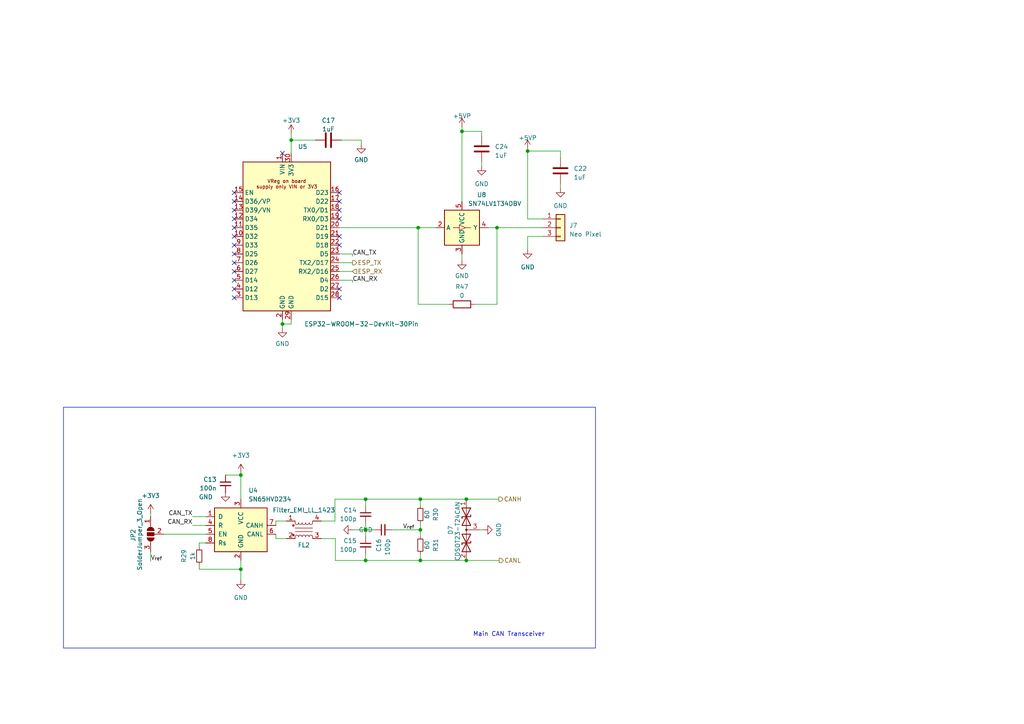
<source format=kicad_sch>
(kicad_sch (version 20231120) (generator "eeschema") (generator_version "8.0")
  (paper "A4")
  (lib_symbols
    (symbol "Connector_Generic:Conn_01x03" (pin_names (offset 1.016) hide)
      (property "Reference" "J" (at 0 5.08 0))
      (property "Value" "Conn_01x03" (at 0 -5.08 0))
      (symbol "Conn_01x03_1_1"
        (rectangle (start -1.27 -2.413) (end 0 -2.667) (stroke (width 0.1524)))
        (rectangle (start -1.27 0.127) (end 0 -0.127) (stroke (width 0.1524)))
        (rectangle (start -1.27 2.667) (end 0 2.413) (stroke (width 0.1524)))
        (rectangle (start -1.27 3.81) (end 1.27 -3.81) (stroke (width 0.254)) (fill (type background)))
        (pin passive line (at -5.08 2.54 0) (length 3.81) (name "Pin_1") (number "1"))
        (pin passive line (at -5.08 0 0) (length 3.81) (name "Pin_2") (number "2"))
        (pin passive line (at -5.08 -2.54 0) (length 3.81) (name "Pin_3") (number "3"))
      )
    )
    (symbol "Device:C" (pin_numbers hide) (pin_names (offset 0.254))
      (property "Reference" "C" (at 0.635 2.54 0))
      (property "Value" "C" (at 0.635 -2.54 0))
      (symbol "C_0_1"
        (polyline (pts (xy -2.032 -0.762) (xy 2.032 -0.762)) (stroke (width 0.508)))
        (polyline (pts (xy -2.032 0.762) (xy 2.032 0.762)) (stroke (width 0.508)))
      )
      (symbol "C_1_1"
        (pin passive line (at 0 3.81 270) (length 2.794) (name "~") (number "1"))
        (pin passive line (at 0 -3.81 90) (length 2.794) (name "~") (number "2"))
      )
    )
    (symbol "Device:C_Small" (pin_numbers hide) (pin_names (offset 0.254) hide)
      (property "Reference" "C" (at 0.254 1.778 0))
      (property "Value" "C_Small" (at 0.254 -2.032 0))
      (symbol "C_Small_0_1"
        (polyline (pts (xy -1.524 -0.508) (xy 1.524 -0.508)) (stroke (width 0.3302)))
        (polyline (pts (xy -1.524 0.508) (xy 1.524 0.508)) (stroke (width 0.3048)))
      )
      (symbol "C_Small_1_1"
        (pin passive line (at 0 2.54 270) (length 2.032) (name "~") (number "1"))
        (pin passive line (at 0 -2.54 90) (length 2.032) (name "~") (number "2"))
      )
    )
    (symbol "Device:D_TVS_Dual_AAC" (pin_names (offset 1.016) hide)
      (property "Reference" "D" (at 0 4.445 0))
      (property "Value" "D_TVS_Dual_AAC" (at 0 2.54 0))
      (symbol "D_TVS_Dual_AAC_0_0"
        (polyline (pts (xy 0 -1.27) (xy 0 0)))
      )
      (symbol "D_TVS_Dual_AAC_0_1"
        (polyline (pts (xy -6.35 0) (xy 6.35 0)))
        (polyline (pts (xy -3.302 1.27) (xy -3.81 1.27) (xy -3.81 -1.27) (xy -4.318 -1.27)) (stroke (width 0.254)))
        (polyline (pts (xy 4.318 1.27) (xy 3.81 1.27) (xy 3.81 -1.27) (xy 3.302 -1.27)) (stroke (width 0.254)))
        (polyline (pts (xy -6.35 1.27) (xy -1.27 -1.27) (xy -1.27 1.27) (xy -6.35 -1.27) (xy -6.35 1.27)) (stroke (width 0.254)))
        (polyline (pts (xy 6.35 1.27) (xy 1.27 -1.27) (xy 1.27 1.27) (xy 6.35 -1.27) (xy 6.35 1.27)) (stroke (width 0.254)))
        (circle (center 0 0) (radius 0.254) (fill (type outline)))
      )
      (symbol "D_TVS_Dual_AAC_1_1"
        (pin passive line (at -8.89 0 0) (length 2.54) (name "A1") (number "1"))
        (pin passive line (at 8.89 0 180) (length 2.54) (name "A2") (number "2"))
        (pin input line (at 0 -3.81 90) (length 2.54) (name "common") (number "3"))
      )
    )
    (symbol "Device:Filter_EMI_LL_1423" (pin_names hide)
      (property "Reference" "FL" (at 0 4.445 0))
      (property "Value" "Filter_EMI_LL_1423" (at 0 -4.445 0))
      (symbol "Filter_EMI_LL_1423_0_1"
        (circle (center -3.048 -1.27) (radius 0.254) (fill (type outline)))
        (circle (center -3.048 1.524) (radius 0.254) (fill (type outline)))
        (arc (start -2.54 2.032) (mid -2.032 1.5262) (end -1.524 2.032))
        (arc (start -1.524 -2.032) (mid -2.032 -1.5262) (end -2.54 -2.032))
        (arc (start -1.524 2.032) (mid -1.016 1.5262) (end -0.508 2.032))
        (arc (start -0.508 -2.032) (mid -1.016 -1.5262) (end -1.524 -2.032))
        (arc (start -0.508 2.032) (mid 0 1.5262) (end 0.508 2.032))
        (polyline (pts (xy -2.54 -2.032) (xy -2.54 -2.54)))
        (polyline (pts (xy -2.54 0.508) (xy 2.54 0.508)))
        (polyline (pts (xy -2.54 2.032) (xy -2.54 2.54)))
        (polyline (pts (xy 2.54 -2.032) (xy 2.54 -2.54)))
        (polyline (pts (xy 2.54 -0.508) (xy -2.54 -0.508)))
        (polyline (pts (xy 2.54 2.54) (xy 2.54 2.032)))
        (arc (start 0.508 -2.032) (mid 0 -1.5262) (end -0.508 -2.032))
        (arc (start 0.508 2.032) (mid 1.016 1.5262) (end 1.524 2.032))
        (arc (start 1.524 -2.032) (mid 1.016 -1.5262) (end 0.508 -2.032))
        (arc (start 1.524 2.032) (mid 2.032 1.5262) (end 2.54 2.032))
        (arc (start 2.54 -2.032) (mid 2.032 -1.5262) (end 1.524 -2.032))
      )
      (symbol "Filter_EMI_LL_1423_1_1"
        (pin passive line (at -5.08 -2.54 0) (length 2.54) (name "1") (number "1"))
        (pin passive line (at -5.08 2.54 0) (length 2.54) (name "2") (number "2"))
        (pin passive line (at 5.08 2.54 180) (length 2.54) (name "3") (number "3"))
        (pin passive line (at 5.08 -2.54 180) (length 2.54) (name "4") (number "4"))
      )
    )
    (symbol "Device:R" (pin_numbers hide) (pin_names (offset 0))
      (property "Reference" "R" (at 2.032 0 90))
      (property "Value" "R" (at 0 0 90))
      (symbol "R_0_1"
        (rectangle (start -1.016 -2.54) (end 1.016 2.54) (stroke (width 0.254)))
      )
      (symbol "R_1_1"
        (pin passive line (at 0 3.81 270) (length 1.27) (name "~") (number "1"))
        (pin passive line (at 0 -3.81 90) (length 1.27) (name "~") (number "2"))
      )
    )
    (symbol "Device:R_Small" (pin_numbers hide) (pin_names (offset 0.254) hide)
      (property "Reference" "R" (at 0.762 0.508 0))
      (property "Value" "R_Small" (at 0.762 -1.016 0))
      (symbol "R_Small_0_1"
        (rectangle (start -0.762 1.778) (end 0.762 -1.778) (stroke (width 0.2032)))
      )
      (symbol "R_Small_1_1"
        (pin passive line (at 0 2.54 270) (length 0.762) (name "~") (number "1"))
        (pin passive line (at 0 -2.54 90) (length 0.762) (name "~") (number "2"))
      )
    )
    (symbol "Interface_CAN_LIN:SN65HVD234" (pin_names (offset 1.016))
      (property "Reference" "U" (at -2.54 10.16 0))
      (property "Value" "SN65HVD234" (at -2.54 7.62 0))
      (symbol "SN65HVD234_0_1"
        (rectangle (start -7.62 5.08) (end 7.62 -7.62) (stroke (width 0.254)) (fill (type background)))
      )
      (symbol "SN65HVD234_1_1"
        (pin input line (at -10.16 2.54 0) (length 2.54) (name "D") (number "1"))
        (pin power_in line (at 0 -10.16 90) (length 2.54) (name "GND") (number "2"))
        (pin power_in line (at 0 7.62 270) (length 2.54) (name "VCC") (number "3"))
        (pin output line (at -10.16 0 0) (length 2.54) (name "R") (number "4"))
        (pin input line (at -10.16 -2.54 0) (length 2.54) (name "EN") (number "5"))
        (pin bidirectional line (at 10.16 -2.54 180) (length 2.54) (name "CANL") (number "6"))
        (pin bidirectional line (at 10.16 0 180) (length 2.54) (name "CANH") (number "7"))
        (pin input line (at -10.16 -5.08 0) (length 2.54) (name "Rs") (number "8"))
      )
    )
    (symbol "Jumper:SolderJumper_3_Open" (pin_names (offset 0) hide)
      (property "Reference" "JP" (at -2.54 -2.54 0))
      (property "Value" "SolderJumper_3_Open" (at 0 2.794 0))
      (symbol "SolderJumper_3_Open_0_1"
        (arc (start -1.016 1.016) (mid -2.0276 0) (end -1.016 -1.016))
        (arc (start -1.016 1.016) (mid -2.0276 0) (end -1.016 -1.016) (fill (type outline)))
        (rectangle (start -0.508 1.016) (end 0.508 -1.016) (fill (type outline)))
        (polyline (pts (xy -2.54 0) (xy -2.032 0)))
        (polyline (pts (xy -1.016 1.016) (xy -1.016 -1.016)))
        (polyline (pts (xy 0 -1.27) (xy 0 -1.016)))
        (polyline (pts (xy 1.016 1.016) (xy 1.016 -1.016)))
        (polyline (pts (xy 2.54 0) (xy 2.032 0)))
        (arc (start 1.016 -1.016) (mid 2.0276 0) (end 1.016 1.016))
        (arc (start 1.016 -1.016) (mid 2.0276 0) (end 1.016 1.016) (fill (type outline)))
      )
      (symbol "SolderJumper_3_Open_1_1"
        (pin passive line (at -5.08 0 0) (length 2.54) (name "A") (number "1"))
        (pin passive line (at 0 -3.81 90) (length 2.54) (name "C") (number "2"))
        (pin passive line (at 5.08 0 180) (length 2.54) (name "B") (number "3"))
      )
    )
    (symbol "Logic_LevelTranslator:SN74LV1T34DBV"
      (property "Reference" "U" (at 5.08 6.35 0))
      (property "Value" "SN74LV1T34DBV" (at 5.08 3.81 0))
      (symbol "SN74LV1T34DBV_0_1"
        (rectangle (start -5.08 5.08) (end 5.08 -5.08) (stroke (width 0.254)) (fill (type background)))
        (polyline (pts (xy -0.762 0) (xy -2.54 0)))
        (polyline (pts (xy 1.016 0) (xy 2.54 0)))
      )
      (symbol "SN74LV1T34DBV_1_1"
        (polyline (pts (xy -0.762 -0.762) (xy -0.762 0.762) (xy 1.016 0) (xy -0.762 -0.762)))
        (pin no_connect line (at -5.08 2.54 0) (length 2.54) hide (name "NC") (number "1"))
        (pin input line (at -7.62 0 0) (length 2.54) (name "A") (number "2"))
        (pin power_in line (at 0 -7.62 90) (length 2.54) (name "GND") (number "3"))
        (pin output line (at 7.62 0 180) (length 2.54) (name "Y") (number "4"))
        (pin power_in line (at 0 7.62 270) (length 2.54) (name "VCC") (number "5"))
      )
    )
    (symbol "oskars_stuff:ESP32-WROOM-32-DevKit-30Pin"
      (property "Reference" "U" (at -12.7 22.86 0))
      (property "Value" "ESP32-WROOM-32-DevKit-30Pin" (at 2.54 22.86 0))
      (symbol "ESP32-WROOM-32-DevKit-30Pin_0_1"
        (rectangle (start -12.7 21.59) (end 12.7 -21.59) (stroke (width 0.254)) (fill (type background)))
        (text "VReg on board\nsupply only VIN or 3V3" (at 0 15.24 0) (effects (font (size 1 1))))
      )
      (symbol "ESP32-WROOM-32-DevKit-30Pin_1_1"
        (pin power_in line (at -1.27 24.13 270) (length 2.54) (name "VIN") (number "1"))
        (pin bidirectional line (at -15.24 0 0) (length 2.54) (name "D32") (number "10"))
        (pin bidirectional line (at -15.24 2.54 0) (length 2.54) (name "D35") (number "11"))
        (pin bidirectional line (at -15.24 5.08 0) (length 2.54) (name "D34") (number "12"))
        (pin bidirectional line (at -15.24 7.62 0) (length 2.54) (name "D39/VN") (number "13"))
        (pin bidirectional line (at -15.24 10.16 0) (length 2.54) (name "D36/VP") (number "14"))
        (pin input line (at -15.24 12.7 0) (length 2.54) (name "EN") (number "15"))
        (pin bidirectional line (at 15.24 12.7 180) (length 2.54) (name "D23") (number "16"))
        (pin bidirectional line (at 15.24 10.16 180) (length 2.54) (name "D22") (number "17"))
        (pin bidirectional line (at 15.24 7.62 180) (length 2.54) (name "TX0/D1") (number "18"))
        (pin bidirectional line (at 15.24 5.08 180) (length 2.54) (name "RX0/D3") (number "19"))
        (pin power_in line (at -1.27 -24.13 90) (length 2.54) (name "GND") (number "2"))
        (pin bidirectional line (at 15.24 2.54 180) (length 2.54) (name "D21") (number "20"))
        (pin bidirectional line (at 15.24 0 180) (length 2.54) (name "D19") (number "21"))
        (pin bidirectional line (at 15.24 -2.54 180) (length 2.54) (name "D18") (number "22"))
        (pin bidirectional line (at 15.24 -5.08 180) (length 2.54) (name "D5") (number "23"))
        (pin bidirectional line (at 15.24 -7.62 180) (length 2.54) (name "TX2/D17") (number "24"))
        (pin bidirectional line (at 15.24 -10.16 180) (length 2.54) (name "RX2/D16") (number "25"))
        (pin bidirectional line (at 15.24 -12.7 180) (length 2.54) (name "D4") (number "26"))
        (pin bidirectional line (at 15.24 -15.24 180) (length 2.54) (name "D2") (number "27"))
        (pin bidirectional line (at 15.24 -17.78 180) (length 2.54) (name "D15") (number "28"))
        (pin power_in line (at 1.27 -24.13 90) (length 2.54) (name "GND") (number "29"))
        (pin bidirectional line (at -15.24 -17.78 0) (length 2.54) (name "D13") (number "3"))
        (pin power_in line (at 1.27 24.13 270) (length 2.54) (name "3V3") (number "30"))
        (pin bidirectional line (at -15.24 -15.24 0) (length 2.54) (name "D12") (number "4"))
        (pin bidirectional line (at -15.24 -12.7 0) (length 2.54) (name "D14") (number "5"))
        (pin bidirectional line (at -15.24 -10.16 0) (length 2.54) (name "D27") (number "6"))
        (pin bidirectional line (at -15.24 -7.62 0) (length 2.54) (name "D26") (number "7"))
        (pin bidirectional line (at -15.24 -5.08 0) (length 2.54) (name "D25") (number "8"))
        (pin bidirectional line (at -15.24 -2.54 0) (length 2.54) (name "D33") (number "9"))
      )
    )
    (symbol "power:+3V3" (power) (pin_names (offset 0))
      (property "Value" "+3V3" (at 0 3.556 0))
      (symbol "+3V3_0_1"
        (polyline (pts (xy -0.762 1.27) (xy 0 2.54)))
        (polyline (pts (xy 0 0) (xy 0 2.54)))
        (polyline (pts (xy 0 2.54) (xy 0.762 1.27)))
      )
      (symbol "+3V3_1_1"
        (pin power_in line (at 0 0 90) (length 0) hide (name "+3V3") (number "1"))
      )
    )
    (symbol "power:+5VP" (power) (pin_names (offset 0))
      (property "Value" "+5VP" (at 0 3.556 0))
      (symbol "+5VP_0_1"
        (polyline (pts (xy -0.762 1.27) (xy 0 2.54)))
        (polyline (pts (xy 0 0) (xy 0 2.54)))
        (polyline (pts (xy 0 2.54) (xy 0.762 1.27)))
      )
      (symbol "+5VP_1_1"
        (pin power_in line (at 0 0 90) (length 0) hide (name "+5VP") (number "1"))
      )
    )
    (symbol "power:GND" (power) (pin_names (offset 0))
      (property "Value" "GND" (at 0 -3.81 0))
      (symbol "GND_0_1"
        (polyline (pts (xy 0 0) (xy 0 -1.27) (xy 1.27 -1.27) (xy 0 -2.54) (xy -1.27 -1.27) (xy 0 -1.27)))
      )
      (symbol "GND_1_1"
        (pin power_in line (at 0 0 270) (length 0) hide (name "GND") (number "1"))
      )
    )
  )
  (junction (at 153.035 43.815))
  (junction (at 133.985 38.1))
  (junction (at 106.045 144.78))
  (junction (at 121.92 153.67))
  (junction (at 69.85 165.1))
  (junction (at 69.85 137.795))
  (junction (at 81.915 93.98))
  (junction (at 135.255 162.56))
  (junction (at 144.145 66.04))
  (junction (at 121.92 144.78))
  (junction (at 106.045 153.67))
  (junction (at 135.255 144.78))
  (junction (at 121.92 162.56))
  (junction (at 106.045 162.56))
  (junction (at 84.455 40.64))
  (junction (at 121.285 66.04))
  (no_connect (at 67.945 55.88))
  (no_connect (at 67.945 81.28))
  (no_connect (at 67.945 66.04))
  (no_connect (at 67.945 58.42))
  (no_connect (at 81.915 44.45))
  (no_connect (at 98.425 63.5))
  (no_connect (at 67.945 78.74))
  (no_connect (at 98.425 58.42))
  (no_connect (at 98.425 83.82))
  (no_connect (at 67.945 68.58))
  (no_connect (at 98.425 68.58))
  (no_connect (at 67.945 63.5))
  (no_connect (at 67.945 60.96))
  (no_connect (at 67.945 86.36))
  (no_connect (at 67.945 73.66))
  (no_connect (at 98.425 55.88))
  (no_connect (at 98.425 71.12))
  (no_connect (at 98.425 60.96))
  (no_connect (at 67.945 83.82))
  (no_connect (at 98.425 86.36))
  (no_connect (at 67.945 76.2))
  (no_connect (at 67.945 71.12))
  (wire (pts (xy 93.218 151.13) (xy 97.155 151.13)))
  (wire (pts (xy 43.688 160.02) (xy 43.688 162.814)))
  (wire (pts (xy 102.235 73.66) (xy 98.425 73.66)))
  (wire (pts (xy 133.985 38.1) (xy 133.985 58.42)))
  (wire (pts (xy 43.688 148.844) (xy 43.688 149.86)))
  (wire (pts (xy 80.01 156.21) (xy 80.01 154.94)))
  (wire (pts (xy 102.235 74.295) (xy 102.235 73.66)))
  (wire (pts (xy 102.235 81.28) (xy 98.425 81.28)))
  (wire (pts (xy 81.915 92.71) (xy 81.915 93.98)))
  (wire (pts (xy 106.045 160.655) (xy 106.045 162.56)))
  (wire (pts (xy 153.035 43.815) (xy 153.035 63.5)))
  (wire (pts (xy 135.255 162.56) (xy 144.78 162.56)))
  (wire (pts (xy 97.282 156.21) (xy 97.282 162.56)))
  (wire (pts (xy 84.455 38.735) (xy 84.455 40.64)))
  (wire (pts (xy 121.92 144.78) (xy 121.92 146.685)))
  (wire (pts (xy 133.985 73.66) (xy 133.985 75.565)))
  (wire (pts (xy 106.045 144.78) (xy 121.92 144.78)))
  (wire (pts (xy 162.56 43.815) (xy 153.035 43.815)))
  (wire (pts (xy 113.665 153.67) (xy 121.92 153.67)))
  (wire (pts (xy 139.7 38.1) (xy 139.7 39.37)))
  (wire (pts (xy 121.285 66.04) (xy 126.365 66.04)))
  (wire (pts (xy 106.045 162.56) (xy 121.92 162.56)))
  (wire (pts (xy 144.145 66.04) (xy 144.145 88.265)))
  (wire (pts (xy 133.985 36.83) (xy 133.985 38.1)))
  (wire (pts (xy 102.235 153.67) (xy 106.045 153.67)))
  (wire (pts (xy 97.155 144.78) (xy 106.045 144.78)))
  (wire (pts (xy 153.035 72.39) (xy 153.035 68.58)))
  (wire (pts (xy 102.235 81.915) (xy 102.235 81.28)))
  (wire (pts (xy 98.425 78.74) (xy 102.235 78.74)))
  (wire (pts (xy 97.155 144.78) (xy 97.155 151.13)))
  (wire (pts (xy 106.045 153.67) (xy 106.045 155.575)))
  (wire (pts (xy 130.175 88.265) (xy 121.285 88.265)))
  (wire (pts (xy 69.85 137.16) (xy 69.85 137.795)))
  (wire (pts (xy 98.425 76.2) (xy 102.235 76.2)))
  (wire (pts (xy 81.915 93.98) (xy 84.455 93.98)))
  (wire (pts (xy 57.785 165.1) (xy 69.85 165.1)))
  (wire (pts (xy 57.785 157.48) (xy 59.69 157.48)))
  (wire (pts (xy 121.92 153.67) (xy 121.92 155.575)))
  (wire (pts (xy 69.85 162.56) (xy 69.85 165.1)))
  (wire (pts (xy 121.92 162.56) (xy 135.255 162.56)))
  (wire (pts (xy 84.455 40.64) (xy 84.455 44.45)))
  (wire (pts (xy 104.775 40.64) (xy 99.06 40.64)))
  (wire (pts (xy 47.498 154.94) (xy 59.69 154.94)))
  (wire (pts (xy 106.045 153.67) (xy 108.585 153.67)))
  (wire (pts (xy 135.255 144.78) (xy 144.653 144.78)))
  (wire (pts (xy 153.035 63.5) (xy 157.48 63.5)))
  (wire (pts (xy 139.065 153.67) (xy 140.208 153.67)))
  (wire (pts (xy 106.045 144.78) (xy 106.045 146.685)))
  (wire (pts (xy 162.56 53.34) (xy 162.56 54.61)))
  (wire (pts (xy 84.455 93.98) (xy 84.455 92.71)))
  (wire (pts (xy 153.035 43.18) (xy 153.035 43.815)))
  (wire (pts (xy 144.145 66.04) (xy 157.48 66.04)))
  (wire (pts (xy 69.85 165.1) (xy 69.85 168.275)))
  (wire (pts (xy 121.92 151.765) (xy 121.92 153.67)))
  (wire (pts (xy 162.56 45.72) (xy 162.56 43.815)))
  (wire (pts (xy 65.405 137.795) (xy 69.85 137.795)))
  (wire (pts (xy 104.775 41.91) (xy 104.775 40.64)))
  (wire (pts (xy 98.425 66.04) (xy 121.285 66.04)))
  (wire (pts (xy 97.282 162.56) (xy 106.045 162.56)))
  (wire (pts (xy 55.88 152.4) (xy 59.69 152.4)))
  (wire (pts (xy 84.455 40.64) (xy 91.44 40.64)))
  (wire (pts (xy 121.92 144.78) (xy 135.255 144.78)))
  (wire (pts (xy 80.01 156.21) (xy 83.058 156.21)))
  (wire (pts (xy 141.605 66.04) (xy 144.145 66.04)))
  (wire (pts (xy 121.92 160.655) (xy 121.92 162.56)))
  (wire (pts (xy 133.985 38.1) (xy 139.7 38.1)))
  (wire (pts (xy 57.785 158.75) (xy 57.785 157.48)))
  (wire (pts (xy 137.795 88.265) (xy 144.145 88.265)))
  (wire (pts (xy 69.85 137.795) (xy 69.85 144.78)))
  (wire (pts (xy 57.785 163.83) (xy 57.785 165.1)))
  (wire (pts (xy 139.7 46.99) (xy 139.7 48.26)))
  (wire (pts (xy 93.218 156.21) (xy 97.282 156.21)))
  (wire (pts (xy 81.915 93.98) (xy 81.915 95.25)))
  (wire (pts (xy 55.88 149.86) (xy 59.69 149.86)))
  (wire (pts (xy 153.035 68.58) (xy 157.48 68.58)))
  (wire (pts (xy 80.01 151.13) (xy 83.058 151.13)))
  (wire (pts (xy 121.285 88.265) (xy 121.285 66.04)))
  (wire (pts (xy 80.01 151.13) (xy 80.01 152.4)))
  (wire (pts (xy 106.045 153.67) (xy 106.045 151.765)))
  (rectangle (start 18.415 118.11) (end 172.72 187.96))
  (text "Main CAN Transceiver" (at 137.16 184.785 0) (effects (font (size 1.27 1.27)) (justify left bottom)))
  (label "CAN_TX" (at 102.235 74.295 0))
  (label "CAN_TX" (at 55.88 149.86 180))
  (label "V_{ref}" (at 116.84 153.67 0))
  (label "CAN_RX" (at 102.235 81.915 0))
  (label "CAN_RX" (at 55.88 152.4 180))
  (label "V_{ref}" (at 43.688 162.814 0))
  (hierarchical_label "CANH" (shape output) (at 144.653 144.78 0))
  (hierarchical_label "ESP_TX" (shape output) (at 102.235 76.2 0))
  (hierarchical_label "ESP_RX" (shape input) (at 102.235 78.74 0))
  (hierarchical_label "CANL" (shape output) (at 144.78 162.56 0))
  (symbol (lib_id "Interface_CAN_LIN:SN65HVD234") (at 69.85 152.4 0) (unit 1)
    (property "Reference" "U4" (at 72.0441 142.24 0) (effects (justify left)))
    (property "Value" "SN65HVD234" (at 72.0441 144.78 0) (effects (justify left)))
    (property "Footprint" "Package_SO:SOIC-8_3.9x4.9mm_P1.27mm" (effects (hide yes)))
    (property "Datasheet" "http://www.ti.com/lit/ds/symlink/sn65hvd234.pdf" (effects (hide yes)))
  )
  (symbol (lib_id "Device:C_Small") (at 111.125 153.67 90) (mirror x) (unit 1)
    (property "Reference" "C16" (at 109.8612 156.21 0) (effects (justify left)))
    (property "Value" "100p" (at 112.4012 156.21 0) (effects (justify left)))
    (property "Description" "Unpolarized capacitor, small symbol" (effects (hide yes)))
  )
  (symbol (lib_id "Device:R_Small") (at 121.92 158.115 0) (mirror x) (unit 1)
    (property "Reference" "R31" (at 126.365 158.115 90))
    (property "Value" "60" (at 123.825 158.115 90))
    (property "Description" "Resistor, small symbol" (effects (hide yes)))
  )
  (symbol (lib_id "power:+3V3") (at 69.85 137.16 0) (unit 1)
    (property "Reference" "#PWR040" (effects (hide yes)))
    (property "Value" "+3V3" (at 69.85 132.08 0))
  )
  (symbol (lib_id "power:GND") (at 162.56 54.61 0) (unit 1)
    (property "Reference" "#PWR065" (effects (hide yes)))
    (property "Value" "GND" (at 162.56 59.69 0))
  )
  (symbol (lib_id "Jumper:SolderJumper_3_Open") (at 43.688 154.94 90) (mirror x) (unit 1)
    (property "Reference" "JP2" (at 38.608 153.416 0) (effects (justify left)))
    (property "Value" "SolderJumper_3_Open" (at 40.513 144.526 0) (effects (justify left)))
    (property "Footprint" "Jumper:SolderJumper-3_P1.3mm_Open_RoundedPad1.0x1.5mm" (effects (hide yes)))
  )
  (symbol (lib_id "Logic_LevelTranslator:SN74LV1T34DBV") (at 133.985 66.04 0) (unit 1)
    (property "Reference" "U8" (at 139.7 56.515 0))
    (property "Value" "SN74LV1T34DBV" (at 143.51 59.055 0))
    (property "Footprint" "Package_TO_SOT_SMD:SOT-23-5" (effects (hide yes)))
    (property "Datasheet" "https://www.ti.com/lit/ds/symlink/sn74lv1t34.pdf" (effects (hide yes)))
  )
  (symbol (lib_id "Connector_Generic:Conn_01x03") (at 162.56 66.04 0) (unit 1)
    (property "Reference" "J7" (at 165.1 65.405 0) (effects (justify left)))
    (property "Value" "Neo Pixel" (at 165.1 67.945 0) (effects (justify left)))
    (property "Footprint" "Connector_JST:JST_XH_S3B-XH-A-1_1x03_P2.50mm_Horizontal" (effects (hide yes)))
  )
  (symbol (lib_id "Device:C") (at 162.56 49.53 0) (unit 1)
    (property "Reference" "C22" (at 166.37 48.895 0) (effects (justify left)))
    (property "Value" "1uF" (at 166.37 51.435 0) (effects (justify left)))
    (property "Footprint" "Capacitor_SMD:C_0603_1608Metric" (effects (hide yes)))
  )
  (symbol (lib_id "power:+3V3") (at 84.455 38.735 0) (unit 1)
    (property "Reference" "#PWR044" (effects (hide yes)))
    (property "Value" "+3V3" (at 84.455 34.925 0))
  )
  (symbol (lib_id "Device:C_Small") (at 106.045 149.225 0) (mirror y) (unit 1)
    (property "Reference" "C14" (at 103.505 147.9612 0) (effects (justify left)))
    (property "Value" "100p" (at 103.505 150.5012 0) (effects (justify left)))
    (property "Description" "Unpolarized capacitor, small symbol" (effects (hide yes)))
  )
  (symbol (lib_id "Device:R") (at 133.985 88.265 90) (unit 1)
    (property "Reference" "R47" (at 133.985 83.185 90))
    (property "Value" "0" (at 133.985 85.725 90))
    (property "Footprint" "Resistor_SMD:R_0603_1608Metric" (effects (hide yes)))
  )
  (symbol (lib_id "power:GND") (at 65.405 142.875 0) (unit 1)
    (property "Reference" "#PWR039" (effects (hide yes)))
    (property "Value" "GND" (at 59.69 144.145 0))
  )
  (symbol (lib_id "power:GND") (at 104.775 41.91 0) (unit 1)
    (property "Reference" "#PWR046" (effects (hide yes)))
    (property "Value" "GND" (at 104.775 46.355 0))
  )
  (symbol (lib_id "power:+3V3") (at 43.688 148.844 0) (unit 1)
    (property "Reference" "#PWR038" (effects (hide yes)))
    (property "Value" "+3V3" (at 43.688 143.764 0))
  )
  (symbol (lib_id "Device:C_Small") (at 106.045 158.115 0) (mirror y) (unit 1)
    (property "Reference" "C15" (at 103.505 156.8512 0) (effects (justify left)))
    (property "Value" "100p" (at 103.505 159.3912 0) (effects (justify left)))
    (property "Description" "Unpolarized capacitor, small symbol" (effects (hide yes)))
  )
  (symbol (lib_id "Device:C") (at 139.7 43.18 0) (unit 1)
    (property "Reference" "C24" (at 143.51 42.545 0) (effects (justify left)))
    (property "Value" "1uF" (at 143.51 45.085 0) (effects (justify left)))
    (property "Footprint" "Capacitor_SMD:C_0603_1608Metric" (effects (hide yes)))
  )
  (symbol (lib_id "power:+5VP") (at 133.985 36.83 0) (unit 1)
    (property "Reference" "#PWR069" (effects (hide yes)))
    (property "Value" "+5VP" (at 133.985 33.655 0))
  )
  (symbol (lib_id "Device:C") (at 95.25 40.64 90) (unit 1)
    (property "Reference" "C17" (at 95.25 34.925 90))
    (property "Value" "1uF" (at 95.25 37.465 90))
    (property "Footprint" "Capacitor_SMD:C_0603_1608Metric" (effects (hide yes)))
  )
  (symbol (lib_id "power:GND") (at 153.035 72.39 0) (unit 1)
    (property "Reference" "#PWR061" (effects (hide yes)))
    (property "Value" "GND" (at 153.035 77.47 0))
  )
  (symbol (lib_id "power:GND") (at 133.985 75.565 0) (unit 1)
    (property "Reference" "#PWR071" (effects (hide yes)))
    (property "Value" "GND" (at 133.985 80.01 0))
  )
  (symbol (lib_id "Device:D_TVS_Dual_AAC") (at 135.255 153.67 90) (mirror x) (unit 1)
    (property "Reference" "D7" (at 130.683 152.4 0) (effects (justify left)))
    (property "Value" "CDSOT23-T24CAN" (at 132.715 145.415 0) (effects (justify left)))
    (property "Footprint" "Slave:SOT95P230X117-3N" (effects (hide yes)))
    (property "Datasheet" "https://www.bourns.com/docs/Product-Datasheets/CDSOT23-T24CAN.pdf" (effects (hide yes)))
  )
  (symbol (lib_id "power:GND") (at 140.208 153.67 90) (unit 1)
    (property "Reference" "#PWR043" (effects (hide yes)))
    (property "Value" "GND" (at 144.653 153.67 0))
  )
  (symbol (lib_id "Device:R_Small") (at 121.92 149.225 0) (mirror x) (unit 1)
    (property "Reference" "R30" (at 126.365 149.225 90))
    (property "Value" "60" (at 123.825 149.225 90))
    (property "Description" "Resistor, small symbol" (effects (hide yes)))
  )
  (symbol (lib_id "power:GND") (at 139.7 48.26 0) (unit 1)
    (property "Reference" "#PWR070" (effects (hide yes)))
    (property "Value" "GND" (at 139.7 53.34 0))
  )
  (symbol (lib_id "power:GND") (at 69.85 168.275 0) (unit 1)
    (property "Reference" "#PWR041" (effects (hide yes)))
    (property "Value" "GND" (at 69.85 173.355 0))
  )
  (symbol (lib_id "power:GND") (at 102.235 153.67 270) (unit 1)
    (property "Reference" "#PWR042" (effects (hide yes)))
    (property "Value" "GND" (at 104.013 153.6699 90) (effects (justify left)))
  )
  (symbol (lib_id "Device:Filter_EMI_LL_1423") (at 88.138 153.67 0) (mirror x) (unit 1)
    (property "Reference" "FL2" (at 88.138 158.115 0))
    (property "Value" "Filter_EMI_LL_1423" (at 88.138 147.955 0))
    (property "Footprint" "Slave:L_CommonMode_Wuerth_WE-SL2" (effects (hide yes)))
    (property "Datasheet" "https://www.we-online.com/components/products/datasheet/744227.pdf" (effects (hide yes)))
  )
  (symbol (lib_id "power:GND") (at 81.915 95.25 0) (unit 1)
    (property "Reference" "#PWR045" (effects (hide yes)))
    (property "Value" "GND" (at 81.915 99.695 0))
  )
  (symbol (lib_id "power:+5VP") (at 153.035 43.18 0) (unit 1)
    (property "Reference" "#PWR064" (effects (hide yes)))
    (property "Value" "+5VP" (at 153.035 40.005 0))
  )
  (symbol (lib_id "Device:C_Small") (at 65.405 140.335 0) (mirror y) (unit 1)
    (property "Reference" "C13" (at 62.865 139.0712 0) (effects (justify left)))
    (property "Value" "100n" (at 62.865 141.6112 0) (effects (justify left)))
    (property "Description" "Unpolarized capacitor, small symbol" (effects (hide yes)))
  )
  (symbol (lib_id "oskars_stuff:ESP32-WROOM-32-DevKit-30Pin") (at 83.185 68.58 0) (unit 1)
    (property "Reference" "U5" (at 86.4109 42.545 0) (effects (justify left)))
    (property "Value" "ESP32-WROOM-32-DevKit-30Pin" (at 88.265 93.98 0) (effects (justify left)))
    (property "Footprint" "oskars-stuff:ESP32-WROOM-32-DevKit-30Pin" (effects (hide yes)))
    (property "Datasheet" "https://www.espressif.com/sites/default/files/documentation/esp32-wroom-32_datasheet_en.pdf" (effects (hide yes)))
  )
  (symbol (lib_id "Device:R_Small") (at 57.785 161.29 180) (unit 1)
    (property "Reference" "R29" (at 53.34 161.29 90))
    (property "Value" "1k" (at 55.88 161.29 90))
    (property "Description" "Resistor, small symbol" (effects (hide yes)))
  )
)
</source>
